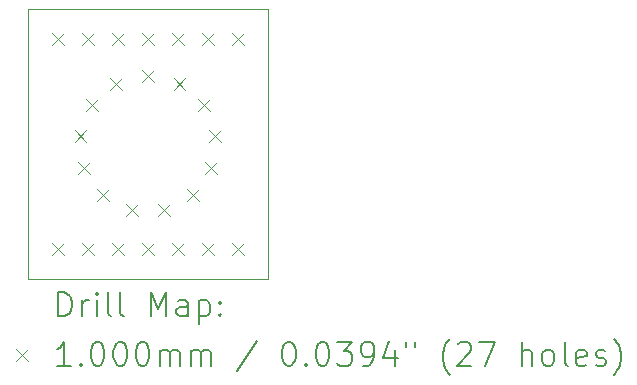
<source format=gbr>
%TF.GenerationSoftware,KiCad,Pcbnew,8.0.7*%
%TF.CreationDate,2025-01-27T18:51:05+01:00*%
%TF.ProjectId,Socket,536f636b-6574-42e6-9b69-6361645f7063,rev?*%
%TF.SameCoordinates,Original*%
%TF.FileFunction,Drillmap*%
%TF.FilePolarity,Positive*%
%FSLAX45Y45*%
G04 Gerber Fmt 4.5, Leading zero omitted, Abs format (unit mm)*
G04 Created by KiCad (PCBNEW 8.0.7) date 2025-01-27 18:51:05*
%MOMM*%
%LPD*%
G01*
G04 APERTURE LIST*
%ADD10C,0.050000*%
%ADD11C,0.200000*%
%ADD12C,0.100000*%
G04 APERTURE END LIST*
D10*
X-254000Y2032000D02*
X1778000Y2032000D01*
X1778000Y-254000D01*
X-254000Y-254000D01*
X-254000Y2032000D01*
D11*
D12*
X-50000Y1828000D02*
X50000Y1728000D01*
X50000Y1828000D02*
X-50000Y1728000D01*
X-50000Y50000D02*
X50000Y-50000D01*
X50000Y50000D02*
X-50000Y-50000D01*
X141192Y1008309D02*
X241192Y908309D01*
X241192Y1008309D02*
X141192Y908309D01*
X174366Y735102D02*
X274366Y635102D01*
X274366Y735102D02*
X174366Y635102D01*
X204000Y1828000D02*
X304000Y1728000D01*
X304000Y1828000D02*
X204000Y1728000D01*
X204000Y50000D02*
X304000Y-50000D01*
X304000Y50000D02*
X204000Y-50000D01*
X238784Y1265637D02*
X338784Y1165637D01*
X338784Y1265637D02*
X238784Y1165637D01*
X330705Y508606D02*
X430704Y408606D01*
X430704Y508606D02*
X330705Y408606D01*
X444784Y1448137D02*
X544784Y1348137D01*
X544784Y1448137D02*
X444784Y1348137D01*
X458000Y1828000D02*
X558000Y1728000D01*
X558000Y1828000D02*
X458000Y1728000D01*
X458000Y50000D02*
X558000Y-50000D01*
X558000Y50000D02*
X458000Y-50000D01*
X574394Y380708D02*
X674394Y280709D01*
X674394Y380708D02*
X574394Y280709D01*
X712000Y1828000D02*
X812000Y1728000D01*
X812000Y1828000D02*
X712000Y1728000D01*
X712000Y1514000D02*
X812000Y1414000D01*
X812000Y1514000D02*
X712000Y1414000D01*
X712000Y50000D02*
X812000Y-50000D01*
X812000Y50000D02*
X712000Y-50000D01*
X849606Y380708D02*
X949606Y280709D01*
X949606Y380708D02*
X849606Y280709D01*
X966000Y1828000D02*
X1066000Y1728000D01*
X1066000Y1828000D02*
X966000Y1728000D01*
X966000Y50000D02*
X1066000Y-50000D01*
X1066000Y50000D02*
X966000Y-50000D01*
X979216Y1448137D02*
X1079216Y1348137D01*
X1079216Y1448137D02*
X979216Y1348137D01*
X1093296Y508606D02*
X1193296Y408606D01*
X1193296Y508606D02*
X1093296Y408606D01*
X1185216Y1265637D02*
X1285216Y1165637D01*
X1285216Y1265637D02*
X1185216Y1165637D01*
X1220000Y1828000D02*
X1320000Y1728000D01*
X1320000Y1828000D02*
X1220000Y1728000D01*
X1220000Y50000D02*
X1320000Y-50000D01*
X1320000Y50000D02*
X1220000Y-50000D01*
X1249634Y735102D02*
X1349634Y635102D01*
X1349634Y735102D02*
X1249634Y635102D01*
X1282808Y1008309D02*
X1382808Y908309D01*
X1382808Y1008309D02*
X1282808Y908309D01*
X1474000Y1828000D02*
X1574000Y1728000D01*
X1574000Y1828000D02*
X1474000Y1728000D01*
X1474000Y50000D02*
X1574000Y-50000D01*
X1574000Y50000D02*
X1474000Y-50000D01*
D11*
X4277Y-567984D02*
X4277Y-367984D01*
X4277Y-367984D02*
X51896Y-367984D01*
X51896Y-367984D02*
X80467Y-377508D01*
X80467Y-377508D02*
X99515Y-396555D01*
X99515Y-396555D02*
X109039Y-415603D01*
X109039Y-415603D02*
X118562Y-453698D01*
X118562Y-453698D02*
X118562Y-482269D01*
X118562Y-482269D02*
X109039Y-520365D01*
X109039Y-520365D02*
X99515Y-539412D01*
X99515Y-539412D02*
X80467Y-558460D01*
X80467Y-558460D02*
X51896Y-567984D01*
X51896Y-567984D02*
X4277Y-567984D01*
X204277Y-567984D02*
X204277Y-434650D01*
X204277Y-472746D02*
X213801Y-453698D01*
X213801Y-453698D02*
X223324Y-444174D01*
X223324Y-444174D02*
X242372Y-434650D01*
X242372Y-434650D02*
X261420Y-434650D01*
X328086Y-567984D02*
X328086Y-434650D01*
X328086Y-367984D02*
X318563Y-377508D01*
X318563Y-377508D02*
X328086Y-387031D01*
X328086Y-387031D02*
X337610Y-377508D01*
X337610Y-377508D02*
X328086Y-367984D01*
X328086Y-367984D02*
X328086Y-387031D01*
X451896Y-567984D02*
X432848Y-558460D01*
X432848Y-558460D02*
X423324Y-539412D01*
X423324Y-539412D02*
X423324Y-367984D01*
X556658Y-567984D02*
X537610Y-558460D01*
X537610Y-558460D02*
X528086Y-539412D01*
X528086Y-539412D02*
X528086Y-367984D01*
X785229Y-567984D02*
X785229Y-367984D01*
X785229Y-367984D02*
X851896Y-510841D01*
X851896Y-510841D02*
X918562Y-367984D01*
X918562Y-367984D02*
X918562Y-567984D01*
X1099515Y-567984D02*
X1099515Y-463222D01*
X1099515Y-463222D02*
X1089991Y-444174D01*
X1089991Y-444174D02*
X1070944Y-434650D01*
X1070944Y-434650D02*
X1032848Y-434650D01*
X1032848Y-434650D02*
X1013801Y-444174D01*
X1099515Y-558460D02*
X1080467Y-567984D01*
X1080467Y-567984D02*
X1032848Y-567984D01*
X1032848Y-567984D02*
X1013801Y-558460D01*
X1013801Y-558460D02*
X1004277Y-539412D01*
X1004277Y-539412D02*
X1004277Y-520365D01*
X1004277Y-520365D02*
X1013801Y-501317D01*
X1013801Y-501317D02*
X1032848Y-491793D01*
X1032848Y-491793D02*
X1080467Y-491793D01*
X1080467Y-491793D02*
X1099515Y-482269D01*
X1194753Y-434650D02*
X1194753Y-634650D01*
X1194753Y-444174D02*
X1213801Y-434650D01*
X1213801Y-434650D02*
X1251896Y-434650D01*
X1251896Y-434650D02*
X1270944Y-444174D01*
X1270944Y-444174D02*
X1280467Y-453698D01*
X1280467Y-453698D02*
X1289991Y-472746D01*
X1289991Y-472746D02*
X1289991Y-529889D01*
X1289991Y-529889D02*
X1280467Y-548936D01*
X1280467Y-548936D02*
X1270944Y-558460D01*
X1270944Y-558460D02*
X1251896Y-567984D01*
X1251896Y-567984D02*
X1213801Y-567984D01*
X1213801Y-567984D02*
X1194753Y-558460D01*
X1375705Y-548936D02*
X1385229Y-558460D01*
X1385229Y-558460D02*
X1375705Y-567984D01*
X1375705Y-567984D02*
X1366182Y-558460D01*
X1366182Y-558460D02*
X1375705Y-548936D01*
X1375705Y-548936D02*
X1375705Y-567984D01*
X1375705Y-444174D02*
X1385229Y-453698D01*
X1385229Y-453698D02*
X1375705Y-463222D01*
X1375705Y-463222D02*
X1366182Y-453698D01*
X1366182Y-453698D02*
X1375705Y-444174D01*
X1375705Y-444174D02*
X1375705Y-463222D01*
D12*
X-356500Y-846500D02*
X-256500Y-946500D01*
X-256500Y-846500D02*
X-356500Y-946500D01*
D11*
X109039Y-987984D02*
X-5247Y-987984D01*
X51896Y-987984D02*
X51896Y-787984D01*
X51896Y-787984D02*
X32848Y-816555D01*
X32848Y-816555D02*
X13801Y-835603D01*
X13801Y-835603D02*
X-5247Y-845127D01*
X194753Y-968936D02*
X204277Y-978460D01*
X204277Y-978460D02*
X194753Y-987984D01*
X194753Y-987984D02*
X185229Y-978460D01*
X185229Y-978460D02*
X194753Y-968936D01*
X194753Y-968936D02*
X194753Y-987984D01*
X328086Y-787984D02*
X347134Y-787984D01*
X347134Y-787984D02*
X366182Y-797508D01*
X366182Y-797508D02*
X375705Y-807031D01*
X375705Y-807031D02*
X385229Y-826079D01*
X385229Y-826079D02*
X394753Y-864174D01*
X394753Y-864174D02*
X394753Y-911793D01*
X394753Y-911793D02*
X385229Y-949888D01*
X385229Y-949888D02*
X375705Y-968936D01*
X375705Y-968936D02*
X366182Y-978460D01*
X366182Y-978460D02*
X347134Y-987984D01*
X347134Y-987984D02*
X328086Y-987984D01*
X328086Y-987984D02*
X309039Y-978460D01*
X309039Y-978460D02*
X299515Y-968936D01*
X299515Y-968936D02*
X289991Y-949888D01*
X289991Y-949888D02*
X280467Y-911793D01*
X280467Y-911793D02*
X280467Y-864174D01*
X280467Y-864174D02*
X289991Y-826079D01*
X289991Y-826079D02*
X299515Y-807031D01*
X299515Y-807031D02*
X309039Y-797508D01*
X309039Y-797508D02*
X328086Y-787984D01*
X518562Y-787984D02*
X537610Y-787984D01*
X537610Y-787984D02*
X556658Y-797508D01*
X556658Y-797508D02*
X566182Y-807031D01*
X566182Y-807031D02*
X575705Y-826079D01*
X575705Y-826079D02*
X585229Y-864174D01*
X585229Y-864174D02*
X585229Y-911793D01*
X585229Y-911793D02*
X575705Y-949888D01*
X575705Y-949888D02*
X566182Y-968936D01*
X566182Y-968936D02*
X556658Y-978460D01*
X556658Y-978460D02*
X537610Y-987984D01*
X537610Y-987984D02*
X518562Y-987984D01*
X518562Y-987984D02*
X499515Y-978460D01*
X499515Y-978460D02*
X489991Y-968936D01*
X489991Y-968936D02*
X480467Y-949888D01*
X480467Y-949888D02*
X470943Y-911793D01*
X470943Y-911793D02*
X470943Y-864174D01*
X470943Y-864174D02*
X480467Y-826079D01*
X480467Y-826079D02*
X489991Y-807031D01*
X489991Y-807031D02*
X499515Y-797508D01*
X499515Y-797508D02*
X518562Y-787984D01*
X709039Y-787984D02*
X728086Y-787984D01*
X728086Y-787984D02*
X747134Y-797508D01*
X747134Y-797508D02*
X756658Y-807031D01*
X756658Y-807031D02*
X766182Y-826079D01*
X766182Y-826079D02*
X775705Y-864174D01*
X775705Y-864174D02*
X775705Y-911793D01*
X775705Y-911793D02*
X766182Y-949888D01*
X766182Y-949888D02*
X756658Y-968936D01*
X756658Y-968936D02*
X747134Y-978460D01*
X747134Y-978460D02*
X728086Y-987984D01*
X728086Y-987984D02*
X709039Y-987984D01*
X709039Y-987984D02*
X689991Y-978460D01*
X689991Y-978460D02*
X680467Y-968936D01*
X680467Y-968936D02*
X670944Y-949888D01*
X670944Y-949888D02*
X661420Y-911793D01*
X661420Y-911793D02*
X661420Y-864174D01*
X661420Y-864174D02*
X670944Y-826079D01*
X670944Y-826079D02*
X680467Y-807031D01*
X680467Y-807031D02*
X689991Y-797508D01*
X689991Y-797508D02*
X709039Y-787984D01*
X861420Y-987984D02*
X861420Y-854650D01*
X861420Y-873698D02*
X870943Y-864174D01*
X870943Y-864174D02*
X889991Y-854650D01*
X889991Y-854650D02*
X918563Y-854650D01*
X918563Y-854650D02*
X937610Y-864174D01*
X937610Y-864174D02*
X947134Y-883222D01*
X947134Y-883222D02*
X947134Y-987984D01*
X947134Y-883222D02*
X956658Y-864174D01*
X956658Y-864174D02*
X975705Y-854650D01*
X975705Y-854650D02*
X1004277Y-854650D01*
X1004277Y-854650D02*
X1023324Y-864174D01*
X1023324Y-864174D02*
X1032848Y-883222D01*
X1032848Y-883222D02*
X1032848Y-987984D01*
X1128086Y-987984D02*
X1128086Y-854650D01*
X1128086Y-873698D02*
X1137610Y-864174D01*
X1137610Y-864174D02*
X1156658Y-854650D01*
X1156658Y-854650D02*
X1185229Y-854650D01*
X1185229Y-854650D02*
X1204277Y-864174D01*
X1204277Y-864174D02*
X1213801Y-883222D01*
X1213801Y-883222D02*
X1213801Y-987984D01*
X1213801Y-883222D02*
X1223325Y-864174D01*
X1223325Y-864174D02*
X1242372Y-854650D01*
X1242372Y-854650D02*
X1270944Y-854650D01*
X1270944Y-854650D02*
X1289991Y-864174D01*
X1289991Y-864174D02*
X1299515Y-883222D01*
X1299515Y-883222D02*
X1299515Y-987984D01*
X1689991Y-778460D02*
X1518563Y-1035603D01*
X1947134Y-787984D02*
X1966182Y-787984D01*
X1966182Y-787984D02*
X1985229Y-797508D01*
X1985229Y-797508D02*
X1994753Y-807031D01*
X1994753Y-807031D02*
X2004277Y-826079D01*
X2004277Y-826079D02*
X2013801Y-864174D01*
X2013801Y-864174D02*
X2013801Y-911793D01*
X2013801Y-911793D02*
X2004277Y-949888D01*
X2004277Y-949888D02*
X1994753Y-968936D01*
X1994753Y-968936D02*
X1985229Y-978460D01*
X1985229Y-978460D02*
X1966182Y-987984D01*
X1966182Y-987984D02*
X1947134Y-987984D01*
X1947134Y-987984D02*
X1928086Y-978460D01*
X1928086Y-978460D02*
X1918563Y-968936D01*
X1918563Y-968936D02*
X1909039Y-949888D01*
X1909039Y-949888D02*
X1899515Y-911793D01*
X1899515Y-911793D02*
X1899515Y-864174D01*
X1899515Y-864174D02*
X1909039Y-826079D01*
X1909039Y-826079D02*
X1918563Y-807031D01*
X1918563Y-807031D02*
X1928086Y-797508D01*
X1928086Y-797508D02*
X1947134Y-787984D01*
X2099515Y-968936D02*
X2109039Y-978460D01*
X2109039Y-978460D02*
X2099515Y-987984D01*
X2099515Y-987984D02*
X2089991Y-978460D01*
X2089991Y-978460D02*
X2099515Y-968936D01*
X2099515Y-968936D02*
X2099515Y-987984D01*
X2232848Y-787984D02*
X2251896Y-787984D01*
X2251896Y-787984D02*
X2270944Y-797508D01*
X2270944Y-797508D02*
X2280468Y-807031D01*
X2280468Y-807031D02*
X2289991Y-826079D01*
X2289991Y-826079D02*
X2299515Y-864174D01*
X2299515Y-864174D02*
X2299515Y-911793D01*
X2299515Y-911793D02*
X2289991Y-949888D01*
X2289991Y-949888D02*
X2280468Y-968936D01*
X2280468Y-968936D02*
X2270944Y-978460D01*
X2270944Y-978460D02*
X2251896Y-987984D01*
X2251896Y-987984D02*
X2232848Y-987984D01*
X2232848Y-987984D02*
X2213801Y-978460D01*
X2213801Y-978460D02*
X2204277Y-968936D01*
X2204277Y-968936D02*
X2194753Y-949888D01*
X2194753Y-949888D02*
X2185229Y-911793D01*
X2185229Y-911793D02*
X2185229Y-864174D01*
X2185229Y-864174D02*
X2194753Y-826079D01*
X2194753Y-826079D02*
X2204277Y-807031D01*
X2204277Y-807031D02*
X2213801Y-797508D01*
X2213801Y-797508D02*
X2232848Y-787984D01*
X2366182Y-787984D02*
X2489991Y-787984D01*
X2489991Y-787984D02*
X2423325Y-864174D01*
X2423325Y-864174D02*
X2451896Y-864174D01*
X2451896Y-864174D02*
X2470944Y-873698D01*
X2470944Y-873698D02*
X2480468Y-883222D01*
X2480468Y-883222D02*
X2489991Y-902269D01*
X2489991Y-902269D02*
X2489991Y-949888D01*
X2489991Y-949888D02*
X2480468Y-968936D01*
X2480468Y-968936D02*
X2470944Y-978460D01*
X2470944Y-978460D02*
X2451896Y-987984D01*
X2451896Y-987984D02*
X2394753Y-987984D01*
X2394753Y-987984D02*
X2375706Y-978460D01*
X2375706Y-978460D02*
X2366182Y-968936D01*
X2585229Y-987984D02*
X2623325Y-987984D01*
X2623325Y-987984D02*
X2642372Y-978460D01*
X2642372Y-978460D02*
X2651896Y-968936D01*
X2651896Y-968936D02*
X2670944Y-940365D01*
X2670944Y-940365D02*
X2680468Y-902269D01*
X2680468Y-902269D02*
X2680468Y-826079D01*
X2680468Y-826079D02*
X2670944Y-807031D01*
X2670944Y-807031D02*
X2661420Y-797508D01*
X2661420Y-797508D02*
X2642372Y-787984D01*
X2642372Y-787984D02*
X2604277Y-787984D01*
X2604277Y-787984D02*
X2585229Y-797508D01*
X2585229Y-797508D02*
X2575706Y-807031D01*
X2575706Y-807031D02*
X2566182Y-826079D01*
X2566182Y-826079D02*
X2566182Y-873698D01*
X2566182Y-873698D02*
X2575706Y-892746D01*
X2575706Y-892746D02*
X2585229Y-902269D01*
X2585229Y-902269D02*
X2604277Y-911793D01*
X2604277Y-911793D02*
X2642372Y-911793D01*
X2642372Y-911793D02*
X2661420Y-902269D01*
X2661420Y-902269D02*
X2670944Y-892746D01*
X2670944Y-892746D02*
X2680468Y-873698D01*
X2851896Y-854650D02*
X2851896Y-987984D01*
X2804277Y-778460D02*
X2756658Y-921317D01*
X2756658Y-921317D02*
X2880467Y-921317D01*
X2947134Y-787984D02*
X2947134Y-826079D01*
X3023325Y-787984D02*
X3023325Y-826079D01*
X3318563Y-1064174D02*
X3309039Y-1054650D01*
X3309039Y-1054650D02*
X3289991Y-1026079D01*
X3289991Y-1026079D02*
X3280468Y-1007031D01*
X3280468Y-1007031D02*
X3270944Y-978460D01*
X3270944Y-978460D02*
X3261420Y-930841D01*
X3261420Y-930841D02*
X3261420Y-892746D01*
X3261420Y-892746D02*
X3270944Y-845127D01*
X3270944Y-845127D02*
X3280468Y-816555D01*
X3280468Y-816555D02*
X3289991Y-797508D01*
X3289991Y-797508D02*
X3309039Y-768936D01*
X3309039Y-768936D02*
X3318563Y-759412D01*
X3385229Y-807031D02*
X3394753Y-797508D01*
X3394753Y-797508D02*
X3413801Y-787984D01*
X3413801Y-787984D02*
X3461420Y-787984D01*
X3461420Y-787984D02*
X3480468Y-797508D01*
X3480468Y-797508D02*
X3489991Y-807031D01*
X3489991Y-807031D02*
X3499515Y-826079D01*
X3499515Y-826079D02*
X3499515Y-845127D01*
X3499515Y-845127D02*
X3489991Y-873698D01*
X3489991Y-873698D02*
X3375706Y-987984D01*
X3375706Y-987984D02*
X3499515Y-987984D01*
X3566182Y-787984D02*
X3699515Y-787984D01*
X3699515Y-787984D02*
X3613801Y-987984D01*
X3928087Y-987984D02*
X3928087Y-787984D01*
X4013801Y-987984D02*
X4013801Y-883222D01*
X4013801Y-883222D02*
X4004277Y-864174D01*
X4004277Y-864174D02*
X3985230Y-854650D01*
X3985230Y-854650D02*
X3956658Y-854650D01*
X3956658Y-854650D02*
X3937610Y-864174D01*
X3937610Y-864174D02*
X3928087Y-873698D01*
X4137610Y-987984D02*
X4118563Y-978460D01*
X4118563Y-978460D02*
X4109039Y-968936D01*
X4109039Y-968936D02*
X4099515Y-949888D01*
X4099515Y-949888D02*
X4099515Y-892746D01*
X4099515Y-892746D02*
X4109039Y-873698D01*
X4109039Y-873698D02*
X4118563Y-864174D01*
X4118563Y-864174D02*
X4137610Y-854650D01*
X4137610Y-854650D02*
X4166182Y-854650D01*
X4166182Y-854650D02*
X4185230Y-864174D01*
X4185230Y-864174D02*
X4194753Y-873698D01*
X4194753Y-873698D02*
X4204277Y-892746D01*
X4204277Y-892746D02*
X4204277Y-949888D01*
X4204277Y-949888D02*
X4194753Y-968936D01*
X4194753Y-968936D02*
X4185230Y-978460D01*
X4185230Y-978460D02*
X4166182Y-987984D01*
X4166182Y-987984D02*
X4137610Y-987984D01*
X4318563Y-987984D02*
X4299515Y-978460D01*
X4299515Y-978460D02*
X4289992Y-959412D01*
X4289992Y-959412D02*
X4289992Y-787984D01*
X4470944Y-978460D02*
X4451896Y-987984D01*
X4451896Y-987984D02*
X4413801Y-987984D01*
X4413801Y-987984D02*
X4394753Y-978460D01*
X4394753Y-978460D02*
X4385230Y-959412D01*
X4385230Y-959412D02*
X4385230Y-883222D01*
X4385230Y-883222D02*
X4394753Y-864174D01*
X4394753Y-864174D02*
X4413801Y-854650D01*
X4413801Y-854650D02*
X4451896Y-854650D01*
X4451896Y-854650D02*
X4470944Y-864174D01*
X4470944Y-864174D02*
X4480468Y-883222D01*
X4480468Y-883222D02*
X4480468Y-902269D01*
X4480468Y-902269D02*
X4385230Y-921317D01*
X4556658Y-978460D02*
X4575706Y-987984D01*
X4575706Y-987984D02*
X4613801Y-987984D01*
X4613801Y-987984D02*
X4632849Y-978460D01*
X4632849Y-978460D02*
X4642373Y-959412D01*
X4642373Y-959412D02*
X4642373Y-949888D01*
X4642373Y-949888D02*
X4632849Y-930841D01*
X4632849Y-930841D02*
X4613801Y-921317D01*
X4613801Y-921317D02*
X4585230Y-921317D01*
X4585230Y-921317D02*
X4566182Y-911793D01*
X4566182Y-911793D02*
X4556658Y-892746D01*
X4556658Y-892746D02*
X4556658Y-883222D01*
X4556658Y-883222D02*
X4566182Y-864174D01*
X4566182Y-864174D02*
X4585230Y-854650D01*
X4585230Y-854650D02*
X4613801Y-854650D01*
X4613801Y-854650D02*
X4632849Y-864174D01*
X4709039Y-1064174D02*
X4718563Y-1054650D01*
X4718563Y-1054650D02*
X4737611Y-1026079D01*
X4737611Y-1026079D02*
X4747134Y-1007031D01*
X4747134Y-1007031D02*
X4756658Y-978460D01*
X4756658Y-978460D02*
X4766182Y-930841D01*
X4766182Y-930841D02*
X4766182Y-892746D01*
X4766182Y-892746D02*
X4756658Y-845127D01*
X4756658Y-845127D02*
X4747134Y-816555D01*
X4747134Y-816555D02*
X4737611Y-797508D01*
X4737611Y-797508D02*
X4718563Y-768936D01*
X4718563Y-768936D02*
X4709039Y-759412D01*
M02*

</source>
